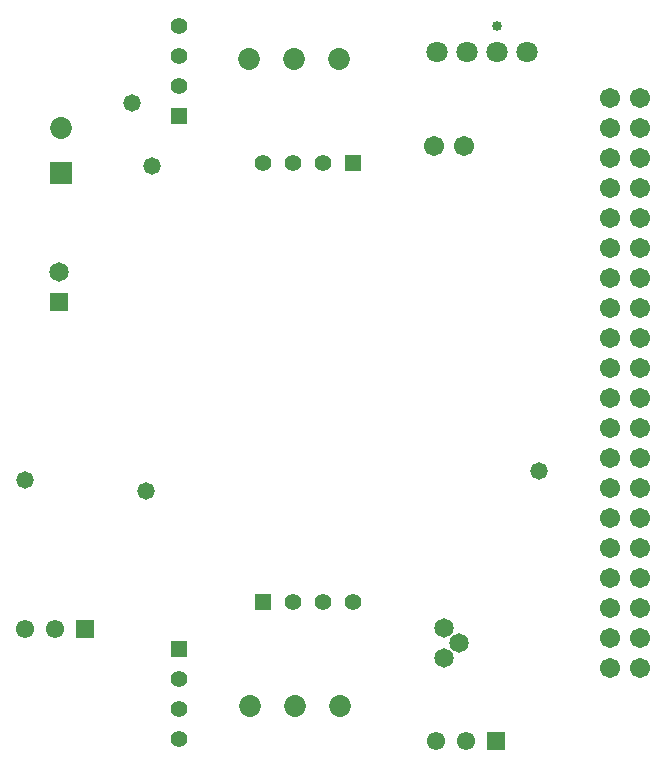
<source format=gbs>
G04*
G04 #@! TF.GenerationSoftware,Altium Limited,Altium Designer,20.2.3 (150)*
G04*
G04 Layer_Color=16711935*
%FSLAX25Y25*%
%MOIN*%
G70*
G04*
G04 #@! TF.SameCoordinates,F15F1335-3D0F-4216-8B18-0C41FCBFB515*
G04*
G04*
G04 #@! TF.FilePolarity,Negative*
G04*
G01*
G75*
%ADD22C,0.06493*%
%ADD23R,0.06493X0.06493*%
%ADD24C,0.05524*%
%ADD25R,0.05524X0.05524*%
%ADD26R,0.05524X0.05524*%
%ADD27C,0.07296*%
%ADD28C,0.06115*%
%ADD29R,0.06115X0.06115*%
%ADD30C,0.06741*%
%ADD31C,0.03359*%
%ADD32C,0.07119*%
%ADD33C,0.06709*%
%ADD34R,0.07296X0.07296*%
%ADD35C,0.06469*%
%ADD36C,0.05800*%
D22*
X20366Y204000D02*
D03*
D23*
Y194000D02*
D03*
D24*
X88252Y240500D02*
D03*
X98252D02*
D03*
X108252D02*
D03*
X60500Y266142D02*
D03*
Y276142D02*
D03*
Y286142D02*
D03*
Y68358D02*
D03*
Y58358D02*
D03*
Y48358D02*
D03*
X118252Y94000D02*
D03*
X108252D02*
D03*
X98252D02*
D03*
D25*
X118252Y240500D02*
D03*
X88252Y94000D02*
D03*
D26*
X60500Y256142D02*
D03*
Y78358D02*
D03*
D27*
X84000Y59500D02*
D03*
X99000D02*
D03*
X114000D02*
D03*
X83803Y275000D02*
D03*
X98803D02*
D03*
X113803D02*
D03*
X21000Y252000D02*
D03*
D28*
X9059Y85226D02*
D03*
X19059D02*
D03*
X156000Y47961D02*
D03*
X146000D02*
D03*
D29*
X29059Y85226D02*
D03*
X166000Y47961D02*
D03*
D30*
X214000Y262000D02*
D03*
Y252000D02*
D03*
Y242000D02*
D03*
Y232000D02*
D03*
Y222000D02*
D03*
Y212000D02*
D03*
Y202000D02*
D03*
Y192000D02*
D03*
Y182000D02*
D03*
Y172000D02*
D03*
Y162000D02*
D03*
Y152000D02*
D03*
Y142000D02*
D03*
Y132000D02*
D03*
Y122000D02*
D03*
Y112000D02*
D03*
Y102000D02*
D03*
Y92000D02*
D03*
Y82000D02*
D03*
Y72000D02*
D03*
X204000Y262000D02*
D03*
Y252000D02*
D03*
Y242000D02*
D03*
Y232000D02*
D03*
Y222000D02*
D03*
Y212000D02*
D03*
Y202000D02*
D03*
Y192000D02*
D03*
Y182000D02*
D03*
Y172000D02*
D03*
Y162000D02*
D03*
Y152000D02*
D03*
Y142000D02*
D03*
Y132000D02*
D03*
Y122000D02*
D03*
Y112000D02*
D03*
Y102000D02*
D03*
Y92000D02*
D03*
Y82000D02*
D03*
Y72000D02*
D03*
D31*
X166500Y286004D02*
D03*
D32*
X176500Y277500D02*
D03*
X166500D02*
D03*
X156500D02*
D03*
X146500D02*
D03*
D33*
X145500Y246000D02*
D03*
X155500D02*
D03*
D34*
X21000Y237000D02*
D03*
D35*
X148650Y85500D02*
D03*
X153650Y80500D02*
D03*
X148650Y75500D02*
D03*
D36*
X9000Y134700D02*
D03*
X51400Y239500D02*
D03*
X180400Y137900D02*
D03*
X44700Y260500D02*
D03*
X49400Y131300D02*
D03*
M02*

</source>
